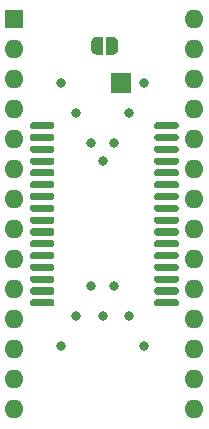
<source format=gts>
G04 #@! TF.GenerationSoftware,KiCad,Pcbnew,(5.1.8)-1*
G04 #@! TF.CreationDate,2023-02-07T01:20:16+09:00*
G04 #@! TF.ProjectId,DIP28SSOP32_1mm,44495032-3853-4534-9f50-33325f316d6d,rev?*
G04 #@! TF.SameCoordinates,PXa9a2ce8PY790b418*
G04 #@! TF.FileFunction,Soldermask,Top*
G04 #@! TF.FilePolarity,Negative*
%FSLAX46Y46*%
G04 Gerber Fmt 4.6, Leading zero omitted, Abs format (unit mm)*
G04 Created by KiCad (PCBNEW (5.1.8)-1) date 2023-02-07 01:20:16*
%MOMM*%
%LPD*%
G01*
G04 APERTURE LIST*
%ADD10R,1.700000X1.700000*%
%ADD11O,1.600000X1.600000*%
%ADD12R,1.600000X1.600000*%
%ADD13C,0.100000*%
%ADD14C,0.800000*%
G04 APERTURE END LIST*
D10*
X10083800Y29133800D03*
G36*
G01*
X12889600Y25394800D02*
X12889600Y25694800D01*
G75*
G02*
X13039600Y25844800I150000J0D01*
G01*
X14789600Y25844800D01*
G75*
G02*
X14939600Y25694800I0J-150000D01*
G01*
X14939600Y25394800D01*
G75*
G02*
X14789600Y25244800I-150000J0D01*
G01*
X13039600Y25244800D01*
G75*
G02*
X12889600Y25394800I0J150000D01*
G01*
G37*
G36*
G01*
X12889600Y24394800D02*
X12889600Y24694800D01*
G75*
G02*
X13039600Y24844800I150000J0D01*
G01*
X14789600Y24844800D01*
G75*
G02*
X14939600Y24694800I0J-150000D01*
G01*
X14939600Y24394800D01*
G75*
G02*
X14789600Y24244800I-150000J0D01*
G01*
X13039600Y24244800D01*
G75*
G02*
X12889600Y24394800I0J150000D01*
G01*
G37*
G36*
G01*
X12889600Y23394800D02*
X12889600Y23694800D01*
G75*
G02*
X13039600Y23844800I150000J0D01*
G01*
X14789600Y23844800D01*
G75*
G02*
X14939600Y23694800I0J-150000D01*
G01*
X14939600Y23394800D01*
G75*
G02*
X14789600Y23244800I-150000J0D01*
G01*
X13039600Y23244800D01*
G75*
G02*
X12889600Y23394800I0J150000D01*
G01*
G37*
G36*
G01*
X12889600Y22394800D02*
X12889600Y22694800D01*
G75*
G02*
X13039600Y22844800I150000J0D01*
G01*
X14789600Y22844800D01*
G75*
G02*
X14939600Y22694800I0J-150000D01*
G01*
X14939600Y22394800D01*
G75*
G02*
X14789600Y22244800I-150000J0D01*
G01*
X13039600Y22244800D01*
G75*
G02*
X12889600Y22394800I0J150000D01*
G01*
G37*
G36*
G01*
X12889600Y21394800D02*
X12889600Y21694800D01*
G75*
G02*
X13039600Y21844800I150000J0D01*
G01*
X14789600Y21844800D01*
G75*
G02*
X14939600Y21694800I0J-150000D01*
G01*
X14939600Y21394800D01*
G75*
G02*
X14789600Y21244800I-150000J0D01*
G01*
X13039600Y21244800D01*
G75*
G02*
X12889600Y21394800I0J150000D01*
G01*
G37*
G36*
G01*
X12889600Y20394800D02*
X12889600Y20694800D01*
G75*
G02*
X13039600Y20844800I150000J0D01*
G01*
X14789600Y20844800D01*
G75*
G02*
X14939600Y20694800I0J-150000D01*
G01*
X14939600Y20394800D01*
G75*
G02*
X14789600Y20244800I-150000J0D01*
G01*
X13039600Y20244800D01*
G75*
G02*
X12889600Y20394800I0J150000D01*
G01*
G37*
G36*
G01*
X12889600Y19394800D02*
X12889600Y19694800D01*
G75*
G02*
X13039600Y19844800I150000J0D01*
G01*
X14789600Y19844800D01*
G75*
G02*
X14939600Y19694800I0J-150000D01*
G01*
X14939600Y19394800D01*
G75*
G02*
X14789600Y19244800I-150000J0D01*
G01*
X13039600Y19244800D01*
G75*
G02*
X12889600Y19394800I0J150000D01*
G01*
G37*
G36*
G01*
X12889600Y18394800D02*
X12889600Y18694800D01*
G75*
G02*
X13039600Y18844800I150000J0D01*
G01*
X14789600Y18844800D01*
G75*
G02*
X14939600Y18694800I0J-150000D01*
G01*
X14939600Y18394800D01*
G75*
G02*
X14789600Y18244800I-150000J0D01*
G01*
X13039600Y18244800D01*
G75*
G02*
X12889600Y18394800I0J150000D01*
G01*
G37*
G36*
G01*
X12889600Y17394800D02*
X12889600Y17694800D01*
G75*
G02*
X13039600Y17844800I150000J0D01*
G01*
X14789600Y17844800D01*
G75*
G02*
X14939600Y17694800I0J-150000D01*
G01*
X14939600Y17394800D01*
G75*
G02*
X14789600Y17244800I-150000J0D01*
G01*
X13039600Y17244800D01*
G75*
G02*
X12889600Y17394800I0J150000D01*
G01*
G37*
G36*
G01*
X12889600Y16394800D02*
X12889600Y16694800D01*
G75*
G02*
X13039600Y16844800I150000J0D01*
G01*
X14789600Y16844800D01*
G75*
G02*
X14939600Y16694800I0J-150000D01*
G01*
X14939600Y16394800D01*
G75*
G02*
X14789600Y16244800I-150000J0D01*
G01*
X13039600Y16244800D01*
G75*
G02*
X12889600Y16394800I0J150000D01*
G01*
G37*
G36*
G01*
X12889600Y15394800D02*
X12889600Y15694800D01*
G75*
G02*
X13039600Y15844800I150000J0D01*
G01*
X14789600Y15844800D01*
G75*
G02*
X14939600Y15694800I0J-150000D01*
G01*
X14939600Y15394800D01*
G75*
G02*
X14789600Y15244800I-150000J0D01*
G01*
X13039600Y15244800D01*
G75*
G02*
X12889600Y15394800I0J150000D01*
G01*
G37*
G36*
G01*
X12889600Y14394800D02*
X12889600Y14694800D01*
G75*
G02*
X13039600Y14844800I150000J0D01*
G01*
X14789600Y14844800D01*
G75*
G02*
X14939600Y14694800I0J-150000D01*
G01*
X14939600Y14394800D01*
G75*
G02*
X14789600Y14244800I-150000J0D01*
G01*
X13039600Y14244800D01*
G75*
G02*
X12889600Y14394800I0J150000D01*
G01*
G37*
G36*
G01*
X12889600Y13394800D02*
X12889600Y13694800D01*
G75*
G02*
X13039600Y13844800I150000J0D01*
G01*
X14789600Y13844800D01*
G75*
G02*
X14939600Y13694800I0J-150000D01*
G01*
X14939600Y13394800D01*
G75*
G02*
X14789600Y13244800I-150000J0D01*
G01*
X13039600Y13244800D01*
G75*
G02*
X12889600Y13394800I0J150000D01*
G01*
G37*
G36*
G01*
X12889600Y12394800D02*
X12889600Y12694800D01*
G75*
G02*
X13039600Y12844800I150000J0D01*
G01*
X14789600Y12844800D01*
G75*
G02*
X14939600Y12694800I0J-150000D01*
G01*
X14939600Y12394800D01*
G75*
G02*
X14789600Y12244800I-150000J0D01*
G01*
X13039600Y12244800D01*
G75*
G02*
X12889600Y12394800I0J150000D01*
G01*
G37*
G36*
G01*
X12889600Y11394800D02*
X12889600Y11694800D01*
G75*
G02*
X13039600Y11844800I150000J0D01*
G01*
X14789600Y11844800D01*
G75*
G02*
X14939600Y11694800I0J-150000D01*
G01*
X14939600Y11394800D01*
G75*
G02*
X14789600Y11244800I-150000J0D01*
G01*
X13039600Y11244800D01*
G75*
G02*
X12889600Y11394800I0J150000D01*
G01*
G37*
G36*
G01*
X12889600Y10394800D02*
X12889600Y10694800D01*
G75*
G02*
X13039600Y10844800I150000J0D01*
G01*
X14789600Y10844800D01*
G75*
G02*
X14939600Y10694800I0J-150000D01*
G01*
X14939600Y10394800D01*
G75*
G02*
X14789600Y10244800I-150000J0D01*
G01*
X13039600Y10244800D01*
G75*
G02*
X12889600Y10394800I0J150000D01*
G01*
G37*
G36*
G01*
X2381800Y10394800D02*
X2381800Y10694800D01*
G75*
G02*
X2531800Y10844800I150000J0D01*
G01*
X4281800Y10844800D01*
G75*
G02*
X4431800Y10694800I0J-150000D01*
G01*
X4431800Y10394800D01*
G75*
G02*
X4281800Y10244800I-150000J0D01*
G01*
X2531800Y10244800D01*
G75*
G02*
X2381800Y10394800I0J150000D01*
G01*
G37*
G36*
G01*
X2381800Y11394800D02*
X2381800Y11694800D01*
G75*
G02*
X2531800Y11844800I150000J0D01*
G01*
X4281800Y11844800D01*
G75*
G02*
X4431800Y11694800I0J-150000D01*
G01*
X4431800Y11394800D01*
G75*
G02*
X4281800Y11244800I-150000J0D01*
G01*
X2531800Y11244800D01*
G75*
G02*
X2381800Y11394800I0J150000D01*
G01*
G37*
G36*
G01*
X2381800Y12394800D02*
X2381800Y12694800D01*
G75*
G02*
X2531800Y12844800I150000J0D01*
G01*
X4281800Y12844800D01*
G75*
G02*
X4431800Y12694800I0J-150000D01*
G01*
X4431800Y12394800D01*
G75*
G02*
X4281800Y12244800I-150000J0D01*
G01*
X2531800Y12244800D01*
G75*
G02*
X2381800Y12394800I0J150000D01*
G01*
G37*
G36*
G01*
X2381800Y13394800D02*
X2381800Y13694800D01*
G75*
G02*
X2531800Y13844800I150000J0D01*
G01*
X4281800Y13844800D01*
G75*
G02*
X4431800Y13694800I0J-150000D01*
G01*
X4431800Y13394800D01*
G75*
G02*
X4281800Y13244800I-150000J0D01*
G01*
X2531800Y13244800D01*
G75*
G02*
X2381800Y13394800I0J150000D01*
G01*
G37*
G36*
G01*
X2381800Y14394800D02*
X2381800Y14694800D01*
G75*
G02*
X2531800Y14844800I150000J0D01*
G01*
X4281800Y14844800D01*
G75*
G02*
X4431800Y14694800I0J-150000D01*
G01*
X4431800Y14394800D01*
G75*
G02*
X4281800Y14244800I-150000J0D01*
G01*
X2531800Y14244800D01*
G75*
G02*
X2381800Y14394800I0J150000D01*
G01*
G37*
G36*
G01*
X2381800Y15394800D02*
X2381800Y15694800D01*
G75*
G02*
X2531800Y15844800I150000J0D01*
G01*
X4281800Y15844800D01*
G75*
G02*
X4431800Y15694800I0J-150000D01*
G01*
X4431800Y15394800D01*
G75*
G02*
X4281800Y15244800I-150000J0D01*
G01*
X2531800Y15244800D01*
G75*
G02*
X2381800Y15394800I0J150000D01*
G01*
G37*
G36*
G01*
X2381800Y16394800D02*
X2381800Y16694800D01*
G75*
G02*
X2531800Y16844800I150000J0D01*
G01*
X4281800Y16844800D01*
G75*
G02*
X4431800Y16694800I0J-150000D01*
G01*
X4431800Y16394800D01*
G75*
G02*
X4281800Y16244800I-150000J0D01*
G01*
X2531800Y16244800D01*
G75*
G02*
X2381800Y16394800I0J150000D01*
G01*
G37*
G36*
G01*
X2381800Y17394800D02*
X2381800Y17694800D01*
G75*
G02*
X2531800Y17844800I150000J0D01*
G01*
X4281800Y17844800D01*
G75*
G02*
X4431800Y17694800I0J-150000D01*
G01*
X4431800Y17394800D01*
G75*
G02*
X4281800Y17244800I-150000J0D01*
G01*
X2531800Y17244800D01*
G75*
G02*
X2381800Y17394800I0J150000D01*
G01*
G37*
G36*
G01*
X2381800Y18394800D02*
X2381800Y18694800D01*
G75*
G02*
X2531800Y18844800I150000J0D01*
G01*
X4281800Y18844800D01*
G75*
G02*
X4431800Y18694800I0J-150000D01*
G01*
X4431800Y18394800D01*
G75*
G02*
X4281800Y18244800I-150000J0D01*
G01*
X2531800Y18244800D01*
G75*
G02*
X2381800Y18394800I0J150000D01*
G01*
G37*
G36*
G01*
X2381800Y19394800D02*
X2381800Y19694800D01*
G75*
G02*
X2531800Y19844800I150000J0D01*
G01*
X4281800Y19844800D01*
G75*
G02*
X4431800Y19694800I0J-150000D01*
G01*
X4431800Y19394800D01*
G75*
G02*
X4281800Y19244800I-150000J0D01*
G01*
X2531800Y19244800D01*
G75*
G02*
X2381800Y19394800I0J150000D01*
G01*
G37*
G36*
G01*
X2381800Y20394800D02*
X2381800Y20694800D01*
G75*
G02*
X2531800Y20844800I150000J0D01*
G01*
X4281800Y20844800D01*
G75*
G02*
X4431800Y20694800I0J-150000D01*
G01*
X4431800Y20394800D01*
G75*
G02*
X4281800Y20244800I-150000J0D01*
G01*
X2531800Y20244800D01*
G75*
G02*
X2381800Y20394800I0J150000D01*
G01*
G37*
G36*
G01*
X2381800Y21394800D02*
X2381800Y21694800D01*
G75*
G02*
X2531800Y21844800I150000J0D01*
G01*
X4281800Y21844800D01*
G75*
G02*
X4431800Y21694800I0J-150000D01*
G01*
X4431800Y21394800D01*
G75*
G02*
X4281800Y21244800I-150000J0D01*
G01*
X2531800Y21244800D01*
G75*
G02*
X2381800Y21394800I0J150000D01*
G01*
G37*
G36*
G01*
X2381800Y22394800D02*
X2381800Y22694800D01*
G75*
G02*
X2531800Y22844800I150000J0D01*
G01*
X4281800Y22844800D01*
G75*
G02*
X4431800Y22694800I0J-150000D01*
G01*
X4431800Y22394800D01*
G75*
G02*
X4281800Y22244800I-150000J0D01*
G01*
X2531800Y22244800D01*
G75*
G02*
X2381800Y22394800I0J150000D01*
G01*
G37*
G36*
G01*
X2381800Y23394800D02*
X2381800Y23694800D01*
G75*
G02*
X2531800Y23844800I150000J0D01*
G01*
X4281800Y23844800D01*
G75*
G02*
X4431800Y23694800I0J-150000D01*
G01*
X4431800Y23394800D01*
G75*
G02*
X4281800Y23244800I-150000J0D01*
G01*
X2531800Y23244800D01*
G75*
G02*
X2381800Y23394800I0J150000D01*
G01*
G37*
G36*
G01*
X2381800Y24394800D02*
X2381800Y24694800D01*
G75*
G02*
X2531800Y24844800I150000J0D01*
G01*
X4281800Y24844800D01*
G75*
G02*
X4431800Y24694800I0J-150000D01*
G01*
X4431800Y24394800D01*
G75*
G02*
X4281800Y24244800I-150000J0D01*
G01*
X2531800Y24244800D01*
G75*
G02*
X2381800Y24394800I0J150000D01*
G01*
G37*
G36*
G01*
X2381800Y25394800D02*
X2381800Y25694800D01*
G75*
G02*
X2531800Y25844800I150000J0D01*
G01*
X4281800Y25844800D01*
G75*
G02*
X4431800Y25694800I0J-150000D01*
G01*
X4431800Y25394800D01*
G75*
G02*
X4281800Y25244800I-150000J0D01*
G01*
X2531800Y25244800D01*
G75*
G02*
X2381800Y25394800I0J150000D01*
G01*
G37*
D11*
X16286800Y34548800D03*
X1046800Y1528800D03*
X16286800Y32008800D03*
X1046800Y4068800D03*
X16286800Y29468800D03*
X1046800Y6608800D03*
X16286800Y26928800D03*
X1046800Y9148800D03*
X16286800Y24388800D03*
X1046800Y11688800D03*
X16286800Y21848800D03*
X1046800Y14228800D03*
X16286800Y19308800D03*
X1046800Y16768800D03*
X16286800Y16768800D03*
X1046800Y19308800D03*
X16286800Y14228800D03*
X1046800Y21848800D03*
X16286800Y11688800D03*
X1046800Y24388800D03*
X16286800Y9148800D03*
X1046800Y26928800D03*
X16286800Y6608800D03*
X1046800Y29468800D03*
X16286800Y4068800D03*
X1046800Y32008800D03*
X16286800Y1528800D03*
D12*
X1046800Y34548800D03*
D13*
G36*
X9336800Y33058198D02*
G01*
X9361334Y33058198D01*
X9410165Y33053388D01*
X9458290Y33043816D01*
X9505245Y33029572D01*
X9550578Y33010795D01*
X9593851Y32987664D01*
X9634650Y32960404D01*
X9672579Y32929276D01*
X9707276Y32894579D01*
X9738404Y32856650D01*
X9765664Y32815851D01*
X9788795Y32772578D01*
X9807572Y32727245D01*
X9821816Y32680290D01*
X9831388Y32632165D01*
X9836198Y32583334D01*
X9836198Y32558800D01*
X9836800Y32558800D01*
X9836800Y32058800D01*
X9836198Y32058800D01*
X9836198Y32034266D01*
X9831388Y31985435D01*
X9821816Y31937310D01*
X9807572Y31890355D01*
X9788795Y31845022D01*
X9765664Y31801749D01*
X9738404Y31760950D01*
X9707276Y31723021D01*
X9672579Y31688324D01*
X9634650Y31657196D01*
X9593851Y31629936D01*
X9550578Y31606805D01*
X9505245Y31588028D01*
X9458290Y31573784D01*
X9410165Y31564212D01*
X9361334Y31559402D01*
X9336800Y31559402D01*
X9336800Y31558800D01*
X8836800Y31558800D01*
X8836800Y33058800D01*
X9336800Y33058800D01*
X9336800Y33058198D01*
G37*
G36*
X8536800Y31558800D02*
G01*
X8036800Y31558800D01*
X8036800Y31559402D01*
X8012266Y31559402D01*
X7963435Y31564212D01*
X7915310Y31573784D01*
X7868355Y31588028D01*
X7823022Y31606805D01*
X7779749Y31629936D01*
X7738950Y31657196D01*
X7701021Y31688324D01*
X7666324Y31723021D01*
X7635196Y31760950D01*
X7607936Y31801749D01*
X7584805Y31845022D01*
X7566028Y31890355D01*
X7551784Y31937310D01*
X7542212Y31985435D01*
X7537402Y32034266D01*
X7537402Y32058800D01*
X7536800Y32058800D01*
X7536800Y32558800D01*
X7537402Y32558800D01*
X7537402Y32583334D01*
X7542212Y32632165D01*
X7551784Y32680290D01*
X7566028Y32727245D01*
X7584805Y32772578D01*
X7607936Y32815851D01*
X7635196Y32856650D01*
X7666324Y32894579D01*
X7701021Y32929276D01*
X7738950Y32960404D01*
X7779749Y32987664D01*
X7823022Y33010795D01*
X7868355Y33029572D01*
X7915310Y33043816D01*
X7963435Y33053388D01*
X8012266Y33058198D01*
X8036800Y33058198D01*
X8036800Y33058800D01*
X8536800Y33058800D01*
X8536800Y31558800D01*
G37*
D14*
X8559800Y22529800D03*
X8559800Y9448800D03*
X6273800Y26593800D03*
X11988800Y29133800D03*
X5003800Y6908800D03*
X10718800Y26593800D03*
X6273800Y9448800D03*
X9448800Y24053800D03*
X7543800Y11988800D03*
X9448800Y11988800D03*
X7543800Y24053800D03*
X10718800Y9448800D03*
X11988800Y6908800D03*
X5003800Y29133800D03*
M02*

</source>
